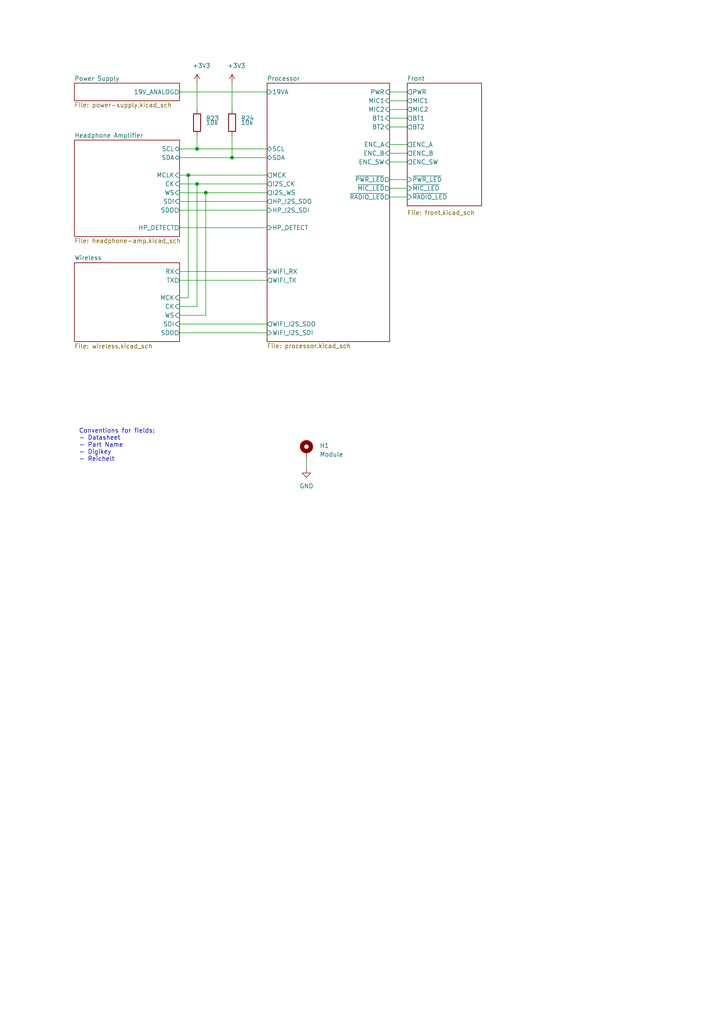
<source format=kicad_sch>
(kicad_sch (version 20210621) (generator eeschema)
  (paper "A4" portrait)
  (lib_symbols
    (symbol "Device:R" (pin_numbers hide) (pin_names (offset 0))
      (property "Reference" "R" (at 2.032 0 90))
      (property "Value" "R" (at 0 0 90))
      (symbol "R_0_1"
        (rectangle (start -1.016 -2.54) (end 1.016 2.54) (stroke (width 0.254)))
      )
      (symbol "R_1_1"
        (pin passive line (at 0 3.81 270) (length 1.27) (name "~") (number "1"))
        (pin passive line (at 0 -3.81 90) (length 1.27) (name "~") (number "2"))
      )
    )
    (symbol "Mechanical:MountingHole_Pad" (pin_numbers hide) (pin_names (offset 1.016) hide)
      (property "Reference" "H" (at 0 6.35 0))
      (property "Value" "MountingHole_Pad" (at 0 4.445 0))
      (symbol "MountingHole_Pad_0_1"
        (circle (center 0 1.27) (radius 1.27) (stroke (width 1.27)) (stroke (width 1.27)))
      )
      (symbol "MountingHole_Pad_1_1"
        (pin input line (at 0 -2.54 90) (length 2.54) (name "1") (number "1"))
      )
    )
    (symbol "power:+3V3" (power) (pin_names (offset 0))
      (property "Value" "+3V3" (at 0 3.556 0))
      (symbol "+3V3_0_1"
        (polyline (pts (xy -0.762 1.27) (xy 0 2.54)))
        (polyline (pts (xy 0 0) (xy 0 2.54)))
        (polyline (pts (xy 0 2.54) (xy 0.762 1.27)))
      )
      (symbol "+3V3_1_1"
        (pin power_in line (at 0 0 90) (length 0) hide (name "+3V3") (number "1"))
      )
    )
    (symbol "power:GND" (power) (pin_names (offset 0))
      (property "Value" "GND" (at 0 -3.81 0))
      (symbol "GND_0_1"
        (polyline (pts (xy 0 0) (xy 0 -1.27) (xy 1.27 -1.27) (xy 0 -2.54) (xy -1.27 -1.27) (xy 0 -1.27)))
      )
      (symbol "GND_1_1"
        (pin power_in line (at 0 0 270) (length 0) hide (name "GND") (number "1"))
      )
    )
  )
  (junction (at 54.61 50.8))
  (junction (at 57.15 43.18) (diameter 0.9144))
  (junction (at 57.15 53.34))
  (junction (at 59.69 55.88))
  (junction (at 67.31 45.72) (diameter 0.9144))
  (wire (pts (xy 52.07 26.67) (xy 77.47 26.67)))
  (wire (pts (xy 52.07 43.18) (xy 57.15 43.18)))
  (wire (pts (xy 52.07 45.72) (xy 67.31 45.72)))
  (wire (pts (xy 52.07 50.8) (xy 54.61 50.8)))
  (wire (pts (xy 52.07 53.34) (xy 57.15 53.34)))
  (wire (pts (xy 52.07 55.88) (xy 59.69 55.88)))
  (wire (pts (xy 52.07 58.42) (xy 77.47 58.42)))
  (wire (pts (xy 52.07 60.96) (xy 77.47 60.96)))
  (wire (pts (xy 52.07 66.04) (xy 77.47 66.04)))
  (wire (pts (xy 52.07 78.74) (xy 77.47 78.74)))
  (wire (pts (xy 52.07 81.28) (xy 77.47 81.28)))
  (wire (pts (xy 52.07 86.36) (xy 54.61 86.36)))
  (wire (pts (xy 52.07 88.9) (xy 57.15 88.9)))
  (wire (pts (xy 52.07 91.44) (xy 59.69 91.44)))
  (wire (pts (xy 52.07 93.98) (xy 77.47 93.98)))
  (wire (pts (xy 52.07 96.52) (xy 77.47 96.52)))
  (wire (pts (xy 54.61 50.8) (xy 77.47 50.8)))
  (wire (pts (xy 54.61 86.36) (xy 54.61 50.8)))
  (wire (pts (xy 57.15 24.13) (xy 57.15 31.75)))
  (wire (pts (xy 57.15 43.18) (xy 57.15 39.37)))
  (wire (pts (xy 57.15 43.18) (xy 77.47 43.18)))
  (wire (pts (xy 57.15 53.34) (xy 77.47 53.34)))
  (wire (pts (xy 57.15 88.9) (xy 57.15 53.34)))
  (wire (pts (xy 59.69 55.88) (xy 77.47 55.88)))
  (wire (pts (xy 59.69 91.44) (xy 59.69 55.88)))
  (wire (pts (xy 67.31 24.13) (xy 67.31 31.75)))
  (wire (pts (xy 67.31 45.72) (xy 67.31 39.37)))
  (wire (pts (xy 67.31 45.72) (xy 77.47 45.72)))
  (wire (pts (xy 88.9 133.35) (xy 88.9 135.89)))
  (wire (pts (xy 113.03 26.67) (xy 118.11 26.67)))
  (wire (pts (xy 113.03 29.21) (xy 118.11 29.21)))
  (wire (pts (xy 113.03 31.75) (xy 118.11 31.75)))
  (wire (pts (xy 113.03 34.29) (xy 118.11 34.29)))
  (wire (pts (xy 113.03 36.83) (xy 118.11 36.83)))
  (wire (pts (xy 113.03 41.91) (xy 118.11 41.91)))
  (wire (pts (xy 113.03 44.45) (xy 118.11 44.45)))
  (wire (pts (xy 113.03 46.99) (xy 118.11 46.99)))
  (wire (pts (xy 113.03 52.07) (xy 118.11 52.07)))
  (wire (pts (xy 113.03 54.61) (xy 118.11 54.61)))
  (wire (pts (xy 113.03 57.15) (xy 118.11 57.15)))
  (text "Conventions for fields:\n- Datasheet\n- Part Name\n- Digikey\n- Reichelt" (at 22.86 133.985 0) (effects (font (size 1.27 1.27)) (justify left bottom)))
  (symbol (lib_id "power:+3V3") (at 57.15 24.13 0) (unit 1)
    (property "Reference" "#PWR0157" (effects hide))
    (property "Value" "+3V3" (at 58.42 19.05 0))
  )
  (symbol (lib_id "power:+3V3") (at 67.31 24.13 0) (unit 1)
    (property "Reference" "#PWR0158" (effects hide))
    (property "Value" "+3V3" (at 68.58 19.05 0))
  )
  (symbol (lib_id "power:GND") (at 88.9 135.89 0) (unit 1)
    (property "Reference" "#PWR0177" (effects hide))
    (property "Value" "GND" (at 88.9 140.97 0))
  )
  (symbol (lib_id "Device:R") (at 57.15 35.56 0) (unit 1)
    (property "Reference" "R23" (at 59.69 34.29 0) (effects (justify left)))
    (property "Value" "10k" (at 59.69 35.56 0) (effects (justify left)))
    (property "Footprint" "Resistor_SMD:R_0603_1608Metric" (effects hide))
    (property "Mouser" "652-CR0603FX-1002ELF" (effects hide))
    (property "Part Name" "Bourns CR0603-FX-1002ELF" (effects hide))
  )
  (symbol (lib_id "Device:R") (at 67.31 35.56 0) (unit 1)
    (property "Reference" "R24" (at 69.85 34.29 0) (effects (justify left)))
    (property "Value" "10k" (at 69.85 35.56 0) (effects (justify left)))
    (property "Footprint" "Resistor_SMD:R_0603_1608Metric" (effects hide))
    (property "Mouser" "652-CR0603FX-1002ELF" (effects hide))
    (property "Part Name" "Bourns CR0603-FX-1002ELF" (effects hide))
  )
  (symbol (lib_id "Mechanical:MountingHole_Pad") (at 88.9 130.81 0) (unit 1)
    (property "Reference" "H1" (at 92.71 129.2224 0) (effects (justify left)))
    (property "Value" "Module" (at 92.71 131.7624 0) (effects (justify left)))
    (property "Footprint" "HackAmp-Footprints:HackAmp-Module" (effects hide))
  )
  (sheet (at 118.11 24.13) (size 21.59 35.56)
    (property "Schaltplanname" "Front" (at 118.11 23.4945 0) (effects (justify left bottom)))
    (property "Dateiname Blatt" "front.kicad_sch" (at 118.11 60.96 0) (effects (justify left top)))
    (pin "PWR" output (at 118.11 26.67 180))
    (pin "ENC_B" output (at 118.11 44.45 180))
    (pin "ENC_A" output (at 118.11 41.91 180))
    (pin "ENC_SW" output (at 118.11 46.99 180))
    (pin "MIC1" output (at 118.11 29.21 180))
    (pin "BT2" output (at 118.11 36.83 180))
    (pin "MIC2" output (at 118.11 31.75 180))
    (pin "BT1" output (at 118.11 34.29 180))
    (pin "~{PWR_LED}" input (at 118.11 52.07 180))
    (pin "~{MIC_LED}" input (at 118.11 54.61 180))
    (pin "~{RADIO_LED}" input (at 118.11 57.15 180))
  )
  (sheet (at 21.59 40.64) (size 30.48 27.94)
    (property "Schaltplanname" "Headphone Amplifier" (at 21.59 40.0045 0) (effects (justify left bottom)))
    (property "Dateiname Blatt" "headphone-amp.kicad_sch" (at 21.59 69.0885 0) (effects (justify left top)))
    (pin "HP_DETECT" output (at 52.07 66.04 0))
    (pin "MCLK" input (at 52.07 50.8 0))
    (pin "CK" input (at 52.07 53.34 0))
    (pin "WS" input (at 52.07 55.88 0))
    (pin "SDI" input (at 52.07 58.42 0))
    (pin "SDO" output (at 52.07 60.96 0))
    (pin "SCL" bidirectional (at 52.07 43.18 0))
    (pin "SDA" bidirectional (at 52.07 45.72 0))
  )
  (sheet (at 21.59 24.13) (size 30.48 5.08)
    (property "Schaltplanname" "Power Supply" (at 21.59 23.4945 0) (effects (justify left bottom)))
    (property "Dateiname Blatt" "power-supply.kicad_sch" (at 21.59 29.7185 0) (effects (justify left top)))
    (pin "19V_ANALOG" output (at 52.07 26.67 0))
  )
  (sheet (at 77.47 24.13) (size 35.56 74.93)
    (property "Schaltplanname" "Processor" (at 77.47 23.4945 0) (effects (justify left bottom)))
    (property "Dateiname Blatt" "processor.kicad_sch" (at 77.47 99.5685 0) (effects (justify left top)))
    (pin "MCK" output (at 77.47 50.8 180))
    (pin "I2S_CK" output (at 77.47 53.34 180))
    (pin "I2S_WS" output (at 77.47 55.88 180))
    (pin "HP_I2S_SDI" input (at 77.47 60.96 180))
    (pin "HP_I2S_SDO" output (at 77.47 58.42 180))
    (pin "SDA" bidirectional (at 77.47 45.72 180))
    (pin "SCL" bidirectional (at 77.47 43.18 180))
    (pin "HP_DETECT" input (at 77.47 66.04 180))
    (pin "PWR" input (at 113.03 26.67 0))
    (pin "MIC1" input (at 113.03 29.21 0))
    (pin "MIC2" input (at 113.03 31.75 0))
    (pin "BT1" input (at 113.03 34.29 0))
    (pin "BT2" input (at 113.03 36.83 0))
    (pin "ENC_A" input (at 113.03 41.91 0))
    (pin "ENC_B" input (at 113.03 44.45 0))
    (pin "ENC_SW" input (at 113.03 46.99 0))
    (pin "19VA" input (at 77.47 26.67 180))
    (pin "WIFI_I2S_SDO" output (at 77.47 93.98 180))
    (pin "WIFI_RX" input (at 77.47 78.74 180))
    (pin "WIFI_TX" output (at 77.47 81.28 180))
    (pin "WIFI_I2S_SDI" input (at 77.47 96.52 180))
    (pin "~{RADIO_LED}" output (at 113.03 57.15 0))
    (pin "~{PWR_LED}" output (at 113.03 52.07 0))
    (pin "~{MIC_LED}" output (at 113.03 54.61 0))
  )
  (sheet (at 21.59 76.2) (size 30.48 22.86) (stroke (width 0.1524))
    (property "Schaltplanname" "Wireless" (at 21.59 75.4884 0) (effects (justify left bottom)))
    (property "Dateiname Blatt" "wireless.kicad_sch" (at 21.59 99.6446 0) (effects (justify left top)))
    (pin "MCK" input (at 52.07 86.36 0))
    (pin "RX" input (at 52.07 78.74 0))
    (pin "TX" output (at 52.07 81.28 0))
    (pin "WS" input (at 52.07 91.44 0))
    (pin "CK" input (at 52.07 88.9 0))
    (pin "SDI" input (at 52.07 93.98 0))
    (pin "SDO" output (at 52.07 96.52 0))
  )
)
</source>
